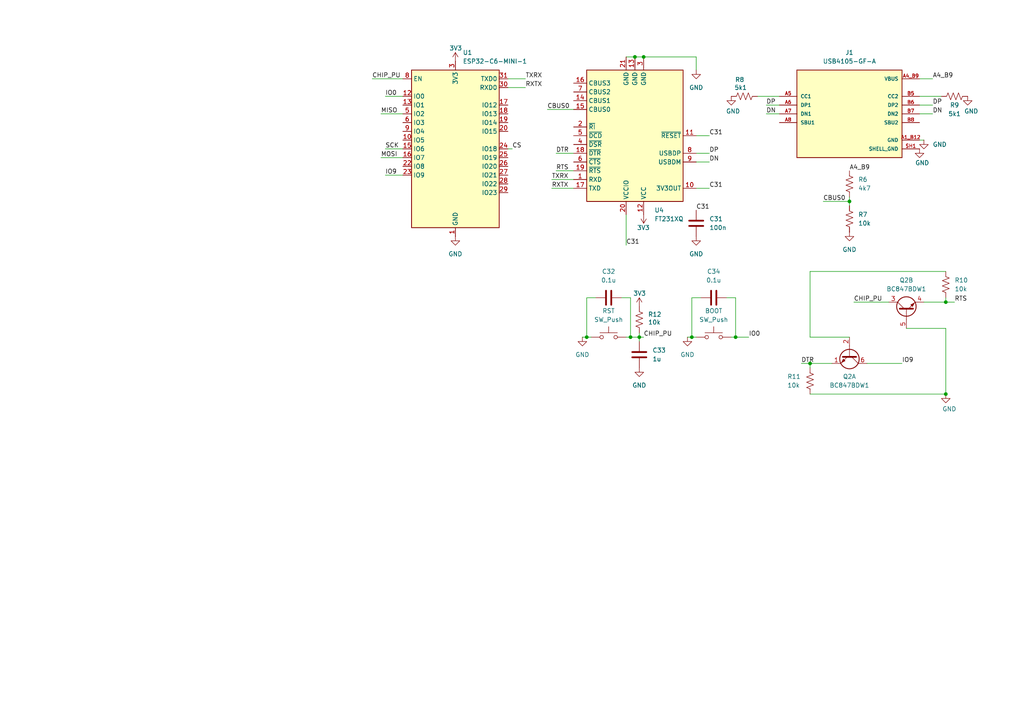
<source format=kicad_sch>
(kicad_sch (version 20250114) (generator "eeschema") (generator_version "9.0")
  (paper "A4")
  (lib_symbols
    (symbol "Device:C" (pin_numbers (hide yes)) (pin_names (offset 0.254))
      (property "Reference" "C" (at 0.635 2.54 0))
      (property "Value" "C" (at 0.635 -2.54 0))
      (symbol "C_0_1"
        (polyline (pts (xy -2.032 0.762) (xy 2.032 0.762)) (stroke (width 0.508)))
        (polyline (pts (xy -2.032 -0.762) (xy 2.032 -0.762)) (stroke (width 0.508)))
      )
      (symbol "C_1_1"
        (pin passive line (at 0 3.81 270) (length 2.794) (name "~") (number "1"))
        (pin passive line (at 0 -3.81 90) (length 2.794) (name "~") (number "2"))
      )
    )
    (symbol "Device:R_US" (pin_numbers (hide yes)) (pin_names (offset 0))
      (property "Reference" "R" (at 2.54 0 90))
      (property "Value" "R_US" (at -2.54 0 90))
      (symbol "R_US_0_1"
        (polyline (pts (xy 0 2.286) (xy 0 2.54)))
        (polyline (pts (xy 0 2.286) (xy 1.016 1.905) (xy 0 1.524) (xy -1.016 1.143) (xy 0 0.762)))
        (polyline (pts (xy 0 0.762) (xy 1.016 0.381) (xy 0 0) (xy -1.016 -0.381) (xy 0 -0.762)))
        (polyline (pts (xy 0 -0.762) (xy 1.016 -1.143) (xy 0 -1.524) (xy -1.016 -1.905) (xy 0 -2.286)))
        (polyline (pts (xy 0 -2.286) (xy 0 -2.54)))
      )
      (symbol "R_US_1_1"
        (pin passive line (at 0 3.81 270) (length 1.27) (name "~") (number "1"))
        (pin passive line (at 0 -3.81 90) (length 1.27) (name "~") (number "2"))
      )
    )
    (symbol "Interface_USB:FT231XQ"
      (property "Reference" "U" (at -13.97 20.32 0))
      (property "Value" "FT231XQ" (at 6.35 20.32 0))
      (symbol "FT231XQ_0_1"
        (rectangle (start -13.97 19.05) (end 13.97 -19.05) (stroke (width 0.254)) (fill (type background)))
      )
      (symbol "FT231XQ_1_1"
        (pin power_out line (at -17.78 15.24 0) (length 3.81) (name "3V3OUT") (number "10"))
        (pin bidirectional line (at -17.78 7.62 0) (length 3.81) (name "USBDM") (number "9"))
        (pin bidirectional line (at -17.78 5.08 0) (length 3.81) (name "USBDP") (number "8"))
        (pin input line (at -17.78 0 0) (length 3.81) (name "~{RESET}") (number "11"))
        (pin power_in line (at -2.54 22.86 270) (length 3.81) (name "VCC") (number "12"))
        (pin power_in line (at -2.54 -22.86 90) (length 3.81) (name "GND") (number "3"))
        (pin power_in line (at 0 -22.86 90) (length 3.81) (name "GND") (number "13"))
        (pin power_in line (at 2.54 22.86 270) (length 3.81) (name "VCCIO") (number "20"))
        (pin power_in line (at 2.54 -22.86 90) (length 3.81) (name "GND") (number "21"))
        (pin output line (at 17.78 15.24 180) (length 3.81) (name "TXD") (number "17"))
        (pin input line (at 17.78 12.7 180) (length 3.81) (name "RXD") (number "1"))
        (pin output line (at 17.78 10.16 180) (length 3.81) (name "~{RTS}") (number "19"))
        (pin input line (at 17.78 7.62 180) (length 3.81) (name "~{CTS}") (number "6"))
        (pin output line (at 17.78 5.08 180) (length 3.81) (name "~{DTR}") (number "18"))
        (pin input line (at 17.78 2.54 180) (length 3.81) (name "~{DSR}") (number "4"))
        (pin input line (at 17.78 0 180) (length 3.81) (name "~{DCD}") (number "5"))
        (pin input line (at 17.78 -2.54 180) (length 3.81) (name "~{RI}") (number "2"))
        (pin bidirectional line (at 17.78 -7.62 180) (length 3.81) (name "CBUS0") (number "15"))
        (pin bidirectional line (at 17.78 -10.16 180) (length 3.81) (name "CBUS1") (number "14"))
        (pin bidirectional line (at 17.78 -12.7 180) (length 3.81) (name "CBUS2") (number "7"))
        (pin bidirectional line (at 17.78 -15.24 180) (length 3.81) (name "CBUS3") (number "16"))
      )
    )
    (symbol "RF_Module:ESP32-C6-MINI-1"
      (property "Reference" "U" (at -11.43 24.13 0))
      (property "Value" "ESP32-C6-MINI-1" (at 12.7 24.13 0))
      (symbol "ESP32-C6-MINI-1_0_1"
        (rectangle (start -12.7 22.86) (end 12.7 -22.86) (stroke (width 0.254)) (fill (type background)))
      )
      (symbol "ESP32-C6-MINI-1_1_1"
        (pin input line (at -15.24 20.32 0) (length 2.54) (name "EN") (number "8"))
        (pin bidirectional line (at -15.24 15.24 0) (length 2.54) (name "IO0") (number "12"))
        (pin bidirectional line (at -15.24 12.7 0) (length 2.54) (name "IO1") (number "13"))
        (pin bidirectional line (at -15.24 10.16 0) (length 2.54) (name "IO2") (number "5"))
        (pin bidirectional line (at -15.24 7.62 0) (length 2.54) (name "IO3") (number "6"))
        (pin bidirectional line (at -15.24 5.08 0) (length 2.54) (name "IO4") (number "9"))
        (pin bidirectional line (at -15.24 2.54 0) (length 2.54) (name "IO5") (number "10"))
        (pin bidirectional line (at -15.24 0 0) (length 2.54) (name "IO6") (number "15"))
        (pin bidirectional line (at -15.24 -2.54 0) (length 2.54) (name "IO7") (number "16"))
        (pin bidirectional line (at -15.24 -5.08 0) (length 2.54) (name "IO8") (number "22"))
        (pin bidirectional line (at -15.24 -7.62 0) (length 2.54) (name "IO9") (number "23"))
        (pin no_connect line (at -12.7 -12.7 0) (length 2.54) (hide yes) (name "NC") (number "32"))
        (pin no_connect line (at -12.7 -15.24 0) (length 2.54) (hide yes) (name "NC") (number "33"))
        (pin no_connect line (at -12.7 -17.78 0) (length 2.54) (hide yes) (name "NC") (number "34"))
        (pin no_connect line (at -12.7 -20.32 0) (length 2.54) (hide yes) (name "NC") (number "35"))
        (pin power_in line (at 0 25.4 270) (length 2.54) (name "3V3") (number "3"))
        (pin power_in line (at 0 -25.4 90) (length 2.54) (name "GND") (number "1"))
        (pin passive line (at 0 -25.4 90) (length 2.54) (hide yes) (name "GND") (number "11"))
        (pin passive line (at 0 -25.4 90) (length 2.54) (hide yes) (name "GND") (number "14"))
        (pin passive line (at 0 -25.4 90) (length 2.54) (hide yes) (name "GND") (number "2"))
        (pin passive line (at 0 -25.4 90) (length 2.54) (hide yes) (name "GND") (number "36"))
        (pin passive line (at 0 -25.4 90) (length 2.54) (hide yes) (name "GND") (number "37"))
        (pin passive line (at 0 -25.4 90) (length 2.54) (hide yes) (name "GND") (number "38"))
        (pin passive line (at 0 -25.4 90) (length 2.54) (hide yes) (name "GND") (number "39"))
        (pin passive line (at 0 -25.4 90) (length 2.54) (hide yes) (name "GND") (number "40"))
        (pin passive line (at 0 -25.4 90) (length 2.54) (hide yes) (name "GND") (number "41"))
        (pin passive line (at 0 -25.4 90) (length 2.54) (hide yes) (name "GND") (number "42"))
        (pin passive line (at 0 -25.4 90) (length 2.54) (hide yes) (name "GND") (number "43"))
        (pin passive line (at 0 -25.4 90) (length 2.54) (hide yes) (name "GND") (number "44"))
        (pin passive line (at 0 -25.4 90) (length 2.54) (hide yes) (name "GND") (number "45"))
        (pin passive line (at 0 -25.4 90) (length 2.54) (hide yes) (name "GND") (number "46"))
        (pin passive line (at 0 -25.4 90) (length 2.54) (hide yes) (name "GND") (number "47"))
        (pin passive line (at 0 -25.4 90) (length 2.54) (hide yes) (name "GND") (number "48"))
        (pin passive line (at 0 -25.4 90) (length 2.54) (hide yes) (name "GND") (number "49"))
        (pin passive line (at 0 -25.4 90) (length 2.54) (hide yes) (name "GND") (number "50"))
        (pin passive line (at 0 -25.4 90) (length 2.54) (hide yes) (name "GND") (number "51"))
        (pin passive line (at 0 -25.4 90) (length 2.54) (hide yes) (name "GND") (number "52"))
        (pin passive line (at 0 -25.4 90) (length 2.54) (hide yes) (name "GND") (number "53"))
        (pin no_connect line (at 12.7 -15.24 180) (length 2.54) (hide yes) (name "NC") (number "4"))
        (pin no_connect line (at 12.7 -17.78 180) (length 2.54) (hide yes) (name "NC") (number "7"))
        (pin no_connect line (at 12.7 -20.32 180) (length 2.54) (hide yes) (name "NC") (number "21"))
        (pin bidirectional line (at 15.24 20.32 180) (length 2.54) (name "TXD0") (number "31"))
        (pin bidirectional line (at 15.24 17.78 180) (length 2.54) (name "RXD0") (number "30"))
        (pin bidirectional line (at 15.24 12.7 180) (length 2.54) (name "IO12") (number "17"))
        (pin bidirectional line (at 15.24 10.16 180) (length 2.54) (name "IO13") (number "18"))
        (pin bidirectional line (at 15.24 7.62 180) (length 2.54) (name "IO14") (number "19"))
        (pin bidirectional line (at 15.24 5.08 180) (length 2.54) (name "IO15") (number "20"))
        (pin bidirectional line (at 15.24 0 180) (length 2.54) (name "IO18") (number "24"))
        (pin bidirectional line (at 15.24 -2.54 180) (length 2.54) (name "IO19") (number "25"))
        (pin bidirectional line (at 15.24 -5.08 180) (length 2.54) (name "IO20") (number "26"))
        (pin bidirectional line (at 15.24 -7.62 180) (length 2.54) (name "IO21") (number "27"))
        (pin bidirectional line (at 15.24 -10.16 180) (length 2.54) (name "IO22") (number "28"))
        (pin bidirectional line (at 15.24 -12.7 180) (length 2.54) (name "IO23") (number "29"))
      )
    )
    (symbol "Switch:SW_Push" (pin_numbers (hide yes)) (pin_names (offset 1.016) (hide yes))
      (property "Reference" "SW" (at 1.27 2.54 0))
      (property "Value" "SW_Push" (at 0 -1.524 0))
      (symbol "SW_Push_0_1"
        (circle (center -2.032 0) (radius 0.508))
        (polyline (pts (xy 0 1.27) (xy 0 3.048)))
        (circle (center 2.032 0) (radius 0.508))
        (polyline (pts (xy 2.54 1.27) (xy -2.54 1.27)))
        (pin passive line (at -5.08 0 0) (length 2.54) (name "1") (number "1"))
        (pin passive line (at 5.08 0 180) (length 2.54) (name "2") (number "2"))
      )
    )
    (symbol "Transistor_BJT:BC847BDW1" (pin_names (offset 0) (hide yes))
      (property "Reference" "Q" (at 5.08 1.27 0))
      (property "Value" "BC847BDW1" (at 5.08 -1.27 0))
      (symbol "BC847BDW1_0_1"
        (polyline (pts (xy 0.635 1.905) (xy 0.635 -1.905)) (stroke (width 0.508)))
        (polyline (pts (xy 0.635 0.635) (xy 2.54 2.54)))
        (polyline (pts (xy 0.635 0) (xy -2.54 0)))
        (polyline (pts (xy 0.635 -0.635) (xy 2.54 -2.54)))
        (circle (center 1.27 0) (radius 2.8194) (stroke (width 0.254)))
        (polyline (pts (xy 1.27 -1.778) (xy 1.778 -1.27) (xy 2.286 -2.286) (xy 1.27 -1.778)) (fill (type outline)))
      )
      (symbol "BC847BDW1_1_1"
        (pin input line (at -5.08 0 0) (length 2.54) (name "B1") (number "2"))
        (pin passive line (at 2.54 5.08 270) (length 2.54) (name "C1") (number "6"))
        (pin passive line (at 2.54 -5.08 90) (length 2.54) (name "E1") (number "1"))
      )
      (symbol "BC847BDW1_2_1"
        (pin input line (at -5.08 0 0) (length 2.54) (name "B2") (number "5"))
        (pin passive line (at 2.54 5.08 270) (length 2.54) (name "C2") (number "3"))
        (pin passive line (at 2.54 -5.08 90) (length 2.54) (name "E2") (number "4"))
      )
    )
    (symbol "USB4105-GF-A:USB4105-GF-A" (pin_names (offset 1.016))
      (property "Reference" "J" (at -15.24 13.97 0))
      (property "Value" "USB4105-GF-A" (at -15.24 -15.24 0))
      (symbol "USB4105-GF-A_0_0"
        (rectangle (start -15.24 -12.7) (end 15.24 12.7) (stroke (width 0.254)) (fill (type background)))
        (pin bidirectional line (at -20.32 5.08 0) (length 5.08) (name "CC1") (number "A5"))
        (pin bidirectional line (at -20.32 2.54 0) (length 5.08) (name "DP1") (number "A6"))
        (pin bidirectional line (at -20.32 0 0) (length 5.08) (name "DN1") (number "A7"))
        (pin bidirectional line (at -20.32 -2.54 0) (length 5.08) (name "SBU1") (number "A8"))
        (pin power_in line (at 20.32 10.16 180) (length 5.08) (name "VBUS") (number "A4_B9"))
        (pin power_in line (at 20.32 10.16 180) (length 5.08) (hide yes) (name "VBUS") (number "B4_A9"))
        (pin bidirectional line (at 20.32 5.08 180) (length 5.08) (name "CC2") (number "B5"))
        (pin bidirectional line (at 20.32 2.54 180) (length 5.08) (name "DP2") (number "B6"))
        (pin bidirectional line (at 20.32 0 180) (length 5.08) (name "DN2") (number "B7"))
        (pin bidirectional line (at 20.32 -2.54 180) (length 5.08) (name "SBU2") (number "B8"))
        (pin power_in line (at 20.32 -7.62 180) (length 5.08) (name "GND") (number "A1_B12"))
        (pin power_in line (at 20.32 -7.62 180) (length 5.08) (hide yes) (name "GND") (number "B1_A12"))
        (pin power_in line (at 20.32 -10.16 180) (length 5.08) (name "SHELL_GND") (number "SH1"))
        (pin power_in line (at 20.32 -10.16 180) (length 5.08) (hide yes) (name "SHELL_GND") (number "SH2"))
        (pin power_in line (at 20.32 -10.16 180) (length 5.08) (hide yes) (name "SHELL_GND") (number "SH3"))
        (pin power_in line (at 20.32 -10.16 180) (length 5.08) (hide yes) (name "SHELL_GND") (number "SH4"))
      )
    )
    (symbol "power:+1V0" (power) (pin_numbers (hide yes)) (pin_names (offset 0) (hide yes))
      (property "Value" "+1V0" (at 0 3.556 0))
      (symbol "+1V0_0_1"
        (polyline (pts (xy -0.762 1.27) (xy 0 2.54)))
        (polyline (pts (xy 0 2.54) (xy 0.762 1.27)))
        (polyline (pts (xy 0 0) (xy 0 2.54)))
      )
      (symbol "+1V0_1_1"
        (pin power_in line (at 0 0 90) (length 0) (name "~") (number "1"))
      )
    )
    (symbol "power:GND" (power) (pin_numbers (hide yes)) (pin_names (offset 0) (hide yes))
      (property "Value" "GND" (at 0 -3.81 0))
      (symbol "GND_0_1"
        (polyline (pts (xy 0 0) (xy 0 -1.27) (xy 1.27 -1.27) (xy 0 -2.54) (xy -1.27 -1.27) (xy 0 -1.27)))
      )
      (symbol "GND_1_1"
        (pin power_in line (at 0 0 270) (length 0) (name "~") (number "1"))
      )
    )
  )
  (junction (at 182.88 97.79))
  (junction (at 234.95 105.41))
  (junction (at 170.18 97.79))
  (junction (at 185.42 97.79))
  (junction (at 200.66 97.79))
  (junction (at 274.32 87.63))
  (junction (at 213.36 97.79))
  (junction (at 274.32 114.3))
  (junction (at 186.69 16.51))
  (junction (at 184.15 16.51))
  (junction (at 246.38 58.42))
  (wire (pts (xy 180.34 86.36) (xy 182.88 86.36)))
  (wire (pts (xy 152.4 22.86) (xy 147.32 22.86)))
  (wire (pts (xy 219.71 27.94) (xy 226.06 27.94)))
  (wire (pts (xy 267.97 40.64) (xy 266.7 40.64)))
  (wire (pts (xy 251.46 105.41) (xy 261.62 105.41)))
  (wire (pts (xy 185.42 97.79) (xy 186.69 97.79)))
  (wire (pts (xy 185.42 97.79) (xy 185.42 99.06)))
  (wire (pts (xy 199.39 97.79) (xy 200.66 97.79)))
  (wire (pts (xy 234.95 105.41) (xy 241.3 105.41)))
  (wire (pts (xy 210.82 86.36) (xy 213.36 86.36)))
  (wire (pts (xy 273.05 27.94) (xy 266.7 27.94)))
  (wire (pts (xy 274.32 114.3) (xy 234.95 114.3)))
  (wire (pts (xy 182.88 86.36) (xy 182.88 97.79)))
  (wire (pts (xy 267.97 87.63) (xy 274.32 87.63)))
  (wire (pts (xy 201.93 46.99) (xy 205.74 46.99)))
  (wire (pts (xy 274.32 95.25) (xy 274.32 114.3)))
  (wire (pts (xy 200.66 97.79) (xy 200.66 86.36)))
  (wire (pts (xy 266.7 30.48) (xy 270.51 30.48)))
  (wire (pts (xy 170.18 97.79) (xy 170.18 86.36)))
  (wire (pts (xy 161.29 49.53) (xy 166.37 49.53)))
  (wire (pts (xy 147.32 25.4) (xy 152.4 25.4)))
  (wire (pts (xy 110.49 45.72) (xy 116.84 45.72)))
  (wire (pts (xy 222.25 33.02) (xy 226.06 33.02)))
  (wire (pts (xy 213.36 86.36) (xy 213.36 97.79)))
  (wire (pts (xy 158.75 31.75) (xy 166.37 31.75)))
  (wire (pts (xy 111.76 27.94) (xy 116.84 27.94)))
  (wire (pts (xy 200.66 86.36) (xy 203.2 86.36)))
  (wire (pts (xy 205.74 54.61) (xy 201.93 54.61)))
  (wire (pts (xy 111.76 43.18) (xy 116.84 43.18)))
  (wire (pts (xy 222.25 30.48) (xy 226.06 30.48)))
  (wire (pts (xy 274.32 86.36) (xy 274.32 87.63)))
  (wire (pts (xy 181.61 16.51) (xy 184.15 16.51)))
  (wire (pts (xy 232.41 105.41) (xy 234.95 105.41)))
  (wire (pts (xy 274.32 87.63) (xy 276.86 87.63)))
  (wire (pts (xy 160.02 54.61) (xy 166.37 54.61)))
  (wire (pts (xy 234.95 78.74) (xy 234.95 97.79)))
  (wire (pts (xy 111.76 50.8) (xy 116.84 50.8)))
  (wire (pts (xy 170.18 86.36) (xy 172.72 86.36)))
  (wire (pts (xy 201.93 44.45) (xy 205.74 44.45)))
  (wire (pts (xy 212.09 97.79) (xy 213.36 97.79)))
  (wire (pts (xy 201.93 16.51) (xy 201.93 20.32)))
  (wire (pts (xy 262.89 95.25) (xy 274.32 95.25)))
  (wire (pts (xy 205.74 39.37) (xy 201.93 39.37)))
  (wire (pts (xy 107.95 22.86) (xy 116.84 22.86)))
  (wire (pts (xy 181.61 97.79) (xy 182.88 97.79)))
  (wire (pts (xy 182.88 97.79) (xy 185.42 97.79)))
  (wire (pts (xy 234.95 78.74) (xy 274.32 78.74)))
  (wire (pts (xy 181.61 71.12) (xy 181.61 62.23)))
  (wire (pts (xy 246.38 97.79) (xy 234.95 97.79)))
  (wire (pts (xy 200.66 97.79) (xy 201.93 97.79)))
  (wire (pts (xy 270.51 22.86) (xy 266.7 22.86)))
  (wire (pts (xy 266.7 33.02) (xy 270.51 33.02)))
  (wire (pts (xy 238.76 58.42) (xy 246.38 58.42)))
  (wire (pts (xy 246.38 57.15) (xy 246.38 58.42)))
  (wire (pts (xy 110.49 33.02) (xy 116.84 33.02)))
  (wire (pts (xy 170.18 97.79) (xy 171.45 97.79)))
  (wire (pts (xy 147.32 43.18) (xy 148.59 43.18)))
  (wire (pts (xy 160.02 52.07) (xy 166.37 52.07)))
  (wire (pts (xy 246.38 58.42) (xy 246.38 59.69)))
  (wire (pts (xy 186.69 16.51) (xy 201.93 16.51)))
  (wire (pts (xy 234.95 106.68) (xy 234.95 105.41)))
  (wire (pts (xy 184.15 16.51) (xy 186.69 16.51)))
  (wire (pts (xy 168.91 97.79) (xy 170.18 97.79)))
  (wire (pts (xy 161.29 44.45) (xy 166.37 44.45)))
  (wire (pts (xy 185.42 96.52) (xy 185.42 97.79)))
  (wire (pts (xy 247.65 87.63) (xy 257.81 87.63)))
  (wire (pts (xy 213.36 97.79) (xy 217.17 97.79)))
  (label "CS" (at 148.59 43.18 0))
  (label "A4_B9" (at 246.38 49.53 0))
  (label "DTR" (at 161.29 44.45 0))
  (label "RXTX" (at 160.02 54.61 0))
  (label "CBUS0" (at 238.76 58.42 0))
  (label "CHIP_PU" (at 247.65 87.63 0))
  (label "IO0" (at 217.17 97.79 0))
  (label "C31" (at 205.74 39.37 0))
  (label "DN" (at 270.51 33.02 0))
  (label "RXTX" (at 152.4 25.4 0))
  (label "TXRX" (at 152.4 22.86 0))
  (label "DP" (at 270.51 30.48 0))
  (label "RTS" (at 276.86 87.63 0))
  (label "RTS" (at 161.29 49.53 0))
  (label "TXRX" (at 160.02 52.07 0))
  (label "SCK" (at 111.76 43.18 0))
  (label "C31" (at 205.74 54.61 0))
  (label "C31" (at 201.93 60.96 0))
  (label "C31" (at 181.61 71.12 0))
  (label "DP" (at 205.74 44.45 0))
  (label "IO9" (at 261.62 105.41 0))
  (label "IO9" (at 111.76 50.8 0))
  (label "MOSI" (at 110.49 45.72 0))
  (label "CBUS0" (at 158.75 31.75 0))
  (label "DN" (at 222.25 33.02 0))
  (label "DTR" (at 232.41 105.41 0))
  (label "DP" (at 222.25 30.48 0))
  (label "DN" (at 205.74 46.99 0))
  (label "CHIP_PU" (at 107.95 22.86 0))
  (label "MISO" (at 110.49 33.02 0))
  (label "CHIP_PU" (at 186.69 97.79 0))
  (label "A4_B9" (at 270.51 22.86 0))
  (label "IO0" (at 111.76 27.94 0))
  (symbol (lib_id "power:GND") (at 266.7 43.18 0) (unit 1)
    (property "Reference" "#PWR036" (effects (hide yes)))
    (property "Value" "GND" (at 265.43 47.244 0) (effects (justify left)))
    (property "Description" "Power symbol creates a global label with name \"GND\" , ground" (effects (hide yes)))
  )
  (symbol (lib_id "USB4105-GF-A:USB4105-GF-A") (at 246.38 33.02 0) (unit 1)
    (property "Reference" "J1" (at 246.38 15.24 0))
    (property "Value" "USB4105-GF-A" (at 246.38 17.78 0))
    (property "Footprint" "USB4105-GF-A:GCT_USB4105-GF-A" (effects (hide yes)))
    (property "MF" "GCT" (effects (hide yes)))
    (property "MAXIMUM_PACKAGE_HEIGHT" "3.31 mm" (effects (hide yes)))
    (property "Package" "None" (effects (hide yes)))
    (property "Price" "None" (effects (hide yes)))
    (property "Check_prices" "https://www.snapeda.com/parts/USB4105-GF-A/Global+Connector+Technology/view-part/?ref=eda" (effects (hide yes)))
    (property "STANDARD" "Manufacturer Recommendations" (effects (hide yes)))
    (property "PARTREV" "B4" (effects (hide yes)))
    (property "SnapEDA_Link" "https://www.snapeda.com/parts/USB4105-GF-A/Global+Connector+Technology/view-part/?ref=snap" (effects (hide yes)))
    (property "MP" "USB4105-GF-A" (effects (hide yes)))
    (property "Description_1" "USB-C (USB TYPE-C) USB 2.0 Receptacle Connector 24 (16+8 Dummy) Position Surface Mount, Right Angle; Through Hole" (effects (hide yes)))
    (property "Availability" "In Stock" (effects (hide yes)))
    (property "MANUFACTURER" "GCT" (effects (hide yes)))
  )
  (symbol (lib_id "Device:R_US") (at 246.38 53.34 0) (unit 1)
    (property "Reference" "R6" (at 248.92 52.0699 0) (effects (justify left)))
    (property "Value" "4k7" (at 248.92 54.6099 0) (effects (justify left)))
    (property "Description" "Resistor, US symbol" (effects (hide yes)))
  )
  (symbol (lib_id "Device:C") (at 201.93 64.77 180) (unit 1)
    (property "Reference" "C31" (at 205.74 63.4999 0) (effects (justify right)))
    (property "Value" "100n" (at 205.74 66.0399 0) (effects (justify right)))
    (property "Description" "Unpolarized capacitor" (effects (hide yes)))
  )
  (symbol (lib_id "power:GND") (at 185.42 106.68 0) (unit 1)
    (property "Reference" "#PWR044" (effects (hide yes)))
    (property "Value" "GND" (at 185.42 111.76 0))
    (property "Description" "Power symbol creates a global label with name \"GND\" , ground" (effects (hide yes)))
  )
  (symbol (lib_id "power:GND") (at 212.09 27.94 0) (unit 1)
    (property "Reference" "#PWR033" (effects (hide yes)))
    (property "Value" "GND" (at 210.566 32.258 0) (effects (justify left)))
    (property "Description" "Power symbol creates a global label with name \"GND\" , ground" (effects (hide yes)))
  )
  (symbol (lib_id "power:GND") (at 201.93 68.58 0) (unit 1)
    (property "Reference" "#PWR031" (effects (hide yes)))
    (property "Value" "GND" (at 201.93 73.66 0))
    (property "Description" "Power symbol creates a global label with name \"GND\" , ground" (effects (hide yes)))
  )
  (symbol (lib_id "Device:C") (at 185.42 102.87 180) (unit 1)
    (property "Reference" "C33" (at 189.23 101.5999 0) (effects (justify right)))
    (property "Value" "1u" (at 189.23 104.1399 0) (effects (justify right)))
    (property "Description" "Unpolarized capacitor" (effects (hide yes)))
  )
  (symbol (lib_id "power:GND") (at 132.08 68.58 0) (unit 1)
    (property "Reference" "#PWR038" (effects (hide yes)))
    (property "Value" "GND" (at 132.08 73.66 0))
    (property "Description" "Power symbol creates a global label with name \"GND\" , ground" (effects (hide yes)))
  )
  (symbol (lib_id "Device:R_US") (at 234.95 110.49 0) (unit 1)
    (property "Reference" "R11" (at 228.346 109.22 0) (effects (justify left)))
    (property "Value" "10k" (at 228.346 111.76 0) (effects (justify left)))
    (property "Description" "Resistor, US symbol" (effects (hide yes)))
  )
  (symbol (lib_id "power:+1V0") (at 132.08 17.78 0) (unit 1)
    (property "Reference" "#PWR039" (effects (hide yes)))
    (property "Value" "3V3" (at 130.302 13.97 0) (effects (justify left)))
    (property "Description" "Power symbol creates a global label with name \"+1V0\"" (effects (hide yes)))
  )
  (symbol (lib_id "Switch:SW_Push") (at 207.01 97.79 0) (unit 1)
    (property "Reference" "BOOT" (at 207.01 90.17 0))
    (property "Value" "SW_Push" (at 207.01 92.71 0))
    (property "Description" "Push button switch, generic, two pins" (effects (hide yes)))
  )
  (symbol (lib_id "power:GND") (at 246.38 67.31 0) (unit 1)
    (property "Reference" "#PWR032" (effects (hide yes)))
    (property "Value" "GND" (at 246.38 72.39 0))
    (property "Description" "Power symbol creates a global label with name \"GND\" , ground" (effects (hide yes)))
  )
  (symbol (lib_id "power:GND") (at 201.93 20.32 0) (unit 1)
    (property "Reference" "#PWR041" (effects (hide yes)))
    (property "Value" "GND" (at 201.93 25.4 0))
    (property "Description" "Power symbol creates a global label with name \"GND\" , ground" (effects (hide yes)))
  )
  (symbol (lib_id "Switch:SW_Push") (at 176.53 97.79 0) (unit 1)
    (property "Reference" "RST" (at 176.53 90.17 0))
    (property "Value" "SW_Push" (at 176.53 92.71 0))
    (property "Description" "Push button switch, generic, two pins" (effects (hide yes)))
  )
  (symbol (lib_id "power:+1V0") (at 185.42 88.9 0) (unit 1)
    (property "Reference" "#PWR043" (effects (hide yes)))
    (property "Value" "3V3" (at 183.642 85.09 0) (effects (justify left)))
    (property "Description" "Power symbol creates a global label with name \"+1V0\"" (effects (hide yes)))
  )
  (symbol (lib_id "Device:R_US") (at 185.42 92.71 0) (unit 1)
    (property "Reference" "R12" (at 187.96 91.186 0) (effects (justify left)))
    (property "Value" "10k" (at 187.96 93.472 0) (effects (justify left)))
    (property "Description" "Resistor, US symbol" (effects (hide yes)))
  )
  (symbol (lib_id "power:GND") (at 168.91 97.79 0) (unit 1)
    (property "Reference" "#PWR042" (effects (hide yes)))
    (property "Value" "GND" (at 168.91 102.87 0))
    (property "Description" "Power symbol creates a global label with name \"GND\" , ground" (effects (hide yes)))
  )
  (symbol (lib_id "Transistor_BJT:BC847BDW1") (at 262.89 90.17 90) (unit 2)
    (property "Reference" "Q2" (at 262.89 81.28 90))
    (property "Value" "BC847BDW1" (at 262.89 83.82 90))
    (property "Footprint" "Package_TO_SOT_SMD:SOT-363_SC-70-6" (effects (hide yes)))
    (property "Datasheet" "http://www.onsemi.com/pub_link/Collateral/BC846BDW1T1-D.PDF" (effects (hide yes)))
    (property "Description" "100mA IC, 45V Vce, Dual NPN/NPN Transistors, SOT-363" (effects (hide yes)))
  )
  (symbol (lib_id "Device:R_US") (at 274.32 82.55 180) (unit 1)
    (property "Reference" "R10" (at 276.86 81.2799 0) (effects (justify right)))
    (property "Value" "10k" (at 276.86 83.8199 0) (effects (justify right)))
    (property "Description" "Resistor, US symbol" (effects (hide yes)))
  )
  (symbol (lib_id "power:GND") (at 267.97 40.64 0) (unit 1)
    (property "Reference" "#PWR035" (effects (hide yes)))
    (property "Value" "GND" (at 270.51 41.9099 0) (effects (justify left)))
    (property "Description" "Power symbol creates a global label with name \"GND\" , ground" (effects (hide yes)))
  )
  (symbol (lib_id "Device:R_US") (at 215.9 27.94 90) (unit 1)
    (property "Reference" "R8" (at 215.9 23.114 90) (effects (justify left)))
    (property "Value" "5k1" (at 216.662 25.4 90) (effects (justify left)))
    (property "Description" "Resistor, US symbol" (effects (hide yes)))
  )
  (symbol (lib_id "power:GND") (at 274.32 114.3 0) (unit 1)
    (property "Reference" "#PWR040" (effects (hide yes)))
    (property "Value" "GND" (at 273.304 118.618 0) (effects (justify left)))
    (property "Description" "Power symbol creates a global label with name \"GND\" , ground" (effects (hide yes)))
  )
  (symbol (lib_id "power:GND") (at 280.67 27.94 0) (unit 1)
    (property "Reference" "#PWR034" (effects (hide yes)))
    (property "Value" "GND" (at 279.654 32.258 0) (effects (justify left)))
    (property "Description" "Power symbol creates a global label with name \"GND\" , ground" (effects (hide yes)))
  )
  (symbol (lib_id "Transistor_BJT:BC847BDW1") (at 246.38 102.87 270) (unit 1)
    (property "Reference" "Q2" (at 246.38 109.22 90))
    (property "Value" "BC847BDW1" (at 246.38 111.76 90))
    (property "Footprint" "Package_TO_SOT_SMD:SOT-363_SC-70-6" (effects (hide yes)))
    (property "Datasheet" "http://www.onsemi.com/pub_link/Collateral/BC846BDW1T1-D.PDF" (effects (hide yes)))
    (property "Description" "100mA IC, 45V Vce, Dual NPN/NPN Transistors, SOT-363" (effects (hide yes)))
  )
  (symbol (lib_id "RF_Module:ESP32-C6-MINI-1") (at 132.08 43.18 0) (unit 1)
    (property "Reference" "U1" (at 134.2233 15.24 0) (effects (justify left)))
    (property "Value" "ESP32-C6-MINI-1" (at 134.2233 17.78 0) (effects (justify left)))
    (property "Footprint" "RF_Module:ESP32-C6-MINI-1" (effects (hide yes)))
    (property "Datasheet" "https://www.espressif.com/sites/default/files/documentation/esp32-c6-mini-1_mini-1u_datasheet_en.pdf" (effects (hide yes)))
    (property "Description" "RF Module, ESP32-C6 SoC, Wi-Fi 802.11b/g/n/ax, Bluetooth, BLE, Zigbee, Thread, 32-bit, 3.3V, SMD, onboard antenna" (effects (hide yes)))
  )
  (symbol (lib_id "power:+1V0") (at 186.69 62.23 180) (unit 1)
    (property "Reference" "#PWR037" (effects (hide yes)))
    (property "Value" "3V3" (at 188.468 66.04 0) (effects (justify left)))
    (property "Description" "Power symbol creates a global label with name \"+1V0\"" (effects (hide yes)))
  )
  (symbol (lib_id "Device:C") (at 207.01 86.36 270) (unit 1)
    (property "Reference" "C34" (at 207.01 78.74 90))
    (property "Value" "0.1u" (at 207.01 81.28 90))
    (property "Description" "Unpolarized capacitor" (effects (hide yes)))
  )
  (symbol (lib_id "Device:C") (at 176.53 86.36 270) (unit 1)
    (property "Reference" "C32" (at 176.53 78.74 90))
    (property "Value" "0.1u" (at 176.53 81.28 90))
    (property "Description" "Unpolarized capacitor" (effects (hide yes)))
  )
  (symbol (lib_id "Interface_USB:FT231XQ") (at 184.15 39.37 180) (unit 1)
    (property "Reference" "U4" (at 189.8081 60.96 0) (effects (justify right)))
    (property "Value" "FT231XQ" (at 189.8081 63.5 0) (effects (justify right)))
    (property "Footprint" "Package_DFN_QFN:QFN-20-1EP_4x4mm_P0.5mm_EP2.5x2.5mm" (effects (hide yes)))
    (property "Datasheet" "https://www.ftdichip.com/Support/Documents/DataSheets/ICs/DS_FT231X.pdf" (effects (hide yes)))
    (property "Description" "Full Speed USB to Full Handshake UART, QFN-20" (effects (hide yes)))
  )
  (symbol (lib_id "Device:R_US") (at 246.38 63.5 0) (unit 1)
    (property "Reference" "R7" (at 248.92 62.2299 0) (effects (justify left)))
    (property "Value" "10k" (at 248.92 64.7699 0) (effects (justify left)))
    (property "Description" "Resistor, US symbol" (effects (hide yes)))
  )
  (symbol (lib_id "Device:R_US") (at 276.86 27.94 90) (unit 1)
    (property "Reference" "R9" (at 276.86 30.48 90))
    (property "Value" "5k1" (at 276.86 33.02 90))
    (property "Description" "Resistor, US symbol" (effects (hide yes)))
  )
  (symbol (lib_id "power:GND") (at 199.39 97.79 0) (unit 1)
    (property "Reference" "#PWR045" (effects (hide yes)))
    (property "Value" "GND" (at 199.39 102.87 0))
    (property "Description" "Power symbol creates a global label with name \"GND\" , ground" (effects (hide yes)))
  )
)
</source>
